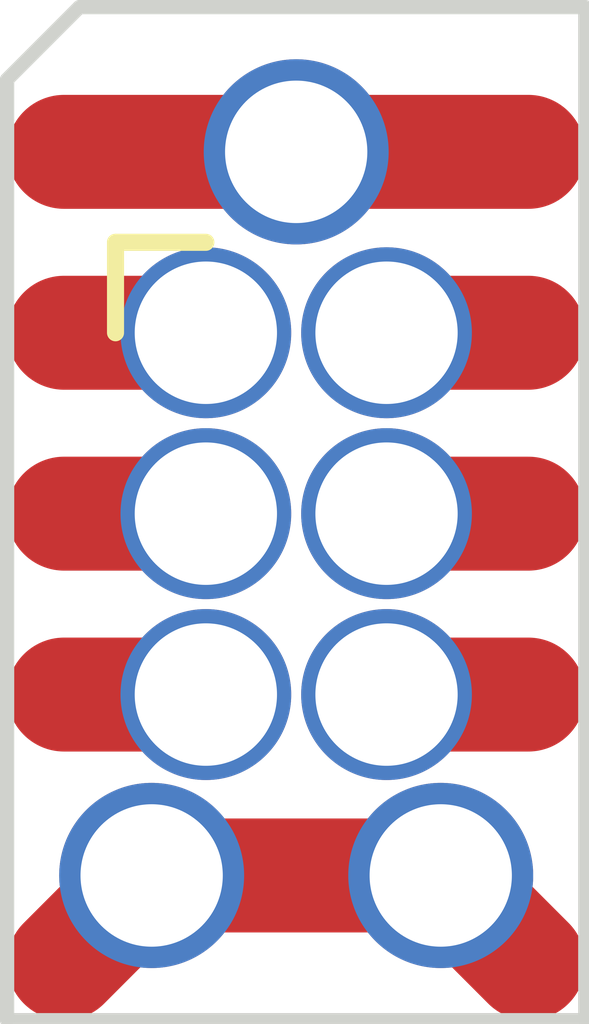
<source format=kicad_pcb>
(kicad_pcb (version 20221018) (generator pcbnew)
  (layers (0 "F.Cu" signal) (31 "B.Cu" signal) (34 "B.Paste" user) (35 "F.Paste" user) (36 "B.SilkS" user "B.Silkscreen") (37 "F.SilkS" user "F.Silkscreen") (38 "B.Mask" user) (39 "F.Mask" user) (44 "Edge.Cuts" user))
  (net 0 "")
  (net 1 "unconnected-(J1-Pin_1-Pad1)")
  (net 2 "unconnected-(J1-Pin_2-Pad2)")
  (net 3 "unconnected-(J1-Pin_3-Pad3)")
  (net 4 "unconnected-(J1-Pin_4-Pad4)")
  (net 5 "unconnected-(J1-Pin_5-Pad5)")
  (net 6 "unconnected-(J1-Pin_6-Pad6)")
  (footprint "Connector:Tag-Connect_TC2030-IDC-NL_2x03_P1.27mm_Vertical" (layer "F.Cu") (at 53.721 33.274 -90)
    (fp_text reference "J1" hide)
    (fp_text value "Conn_02x03_Odd_Even" hide)
    (fp_line (start -1.905 1.27) (end -1.905 0.635) (stroke (width 0.12)) (layer "F.SilkS"))
    (fp_line (start -1.27 1.27) (end -1.905 1.27) (stroke (width 0.12)) (layer "F.SilkS"))
    (pad "" np_thru_hole circle (at -2.54 0 270) (size 0.9906 0.9906) (drill 0.9906) (layers "*.Cu" "*.Mask"))
    (pad "" np_thru_hole circle (at 2.54 -1.016 270) (size 0.9906 0.9906) (drill 0.9906) (layers "*.Cu" "*.Mask"))
    (pad "" np_thru_hole circle (at 2.54 1.016 270) (size 0.9906 0.9906) (drill 0.9906) (layers "*.Cu" "*.Mask"))
    (pad "1" connect circle (at -1.27 0.635 270) (size 0.7874 0.7874) (layers "F.Cu" "F.Mask") (net 1 "unconnected-(J1-Pin_1-Pad1)"))
    (pad "2" connect circle (at -1.27 -0.635 270) (size 0.7874 0.7874) (layers "F.Cu" "F.Mask") (net 2 "unconnected-(J1-Pin_2-Pad2)"))
    (pad "3" connect circle (at 0 0.635 270) (size 0.7874 0.7874) (layers "F.Cu" "F.Mask") (net 3 "unconnected-(J1-Pin_3-Pad3)"))
    (pad "4" connect circle (at 0 -0.635 270) (size 0.7874 0.7874) (layers "F.Cu" "F.Mask") (net 4 "unconnected-(J1-Pin_4-Pad4)"))
    (pad "5" connect circle (at 1.27 0.635 270) (size 0.7874 0.7874) (layers "F.Cu" "F.Mask") (net 5 "unconnected-(J1-Pin_5-Pad5)"))
    (pad "6" connect circle (at 1.27 -0.635 270) (size 0.7874 0.7874) (layers "F.Cu" "F.Mask") (net 6 "unconnected-(J1-Pin_6-Pad6)"))
  )
  (gr_line (start 52.197 29.718) (end 55.753 29.718) (stroke (width 0.1)) (layer "Edge.Cuts"))
  (gr_line (start 51.689 36.83) (end 51.689 30.226) (stroke (width 0.1)) (layer "Edge.Cuts"))
  (gr_line (start 55.753 29.718) (end 55.753 36.83) (stroke (width 0.1)) (layer "Edge.Cuts"))
  (gr_line (start 55.753 36.83) (end 51.689 36.83) (stroke (width 0.1)) (layer "Edge.Cuts"))
  (gr_line (start 51.689 30.226) (end 52.197 29.718) (stroke (width 0.1)) (layer "Edge.Cuts"))
  (segment (start 52.705 35.814) (end 52.089 36.43) (width 0.8) (layer "F.Cu") (net 0))
  (segment (start 53.721 30.734) (end 55.353 30.734) (width 0.8) (layer "F.Cu") (net 0))
  (segment (start 52.705 35.814) (end 54.737 35.814) (width 0.8) (layer "F.Cu") (net 0))
  (segment (start 53.721 30.734) (end 52.089 30.734) (width 0.8) (layer "F.Cu") (net 0))
  (segment (start 54.737 35.814) (end 55.353 36.43) (width 0.8) (layer "F.Cu") (net 0))
  (via (at 53.721 30.734) (size 1.3) (drill 1) (layers "F.Cu" "B.Cu") (net 0))
  (via (at 52.705 35.814) (size 1.3) (drill 1) (layers "F.Cu" "B.Cu") (net 0))
  (via (at 54.737 35.814) (size 1.3) (drill 1) (layers "F.Cu" "B.Cu") (net 0))
  (segment (start 53.086 32.004) (end 52.089 32.004) (width 0.8) (layer "F.Cu") (net 1))
  (via (at 53.086 32.004) (size 1.2) (drill 1) (layers "F.Cu" "B.Cu") (net 1))
  (segment (start 54.356 32.004) (end 55.353 32.004) (width 0.8) (layer "F.Cu") (net 2))
  (via (at 54.356 32.004) (size 1.2) (drill 1) (layers "F.Cu" "B.Cu") (net 2))
  (segment (start 53.086 33.274) (end 52.089 33.274) (width 0.8) (layer "F.Cu") (net 3))
  (via (at 53.086 33.274) (size 1.2) (drill 1) (layers "F.Cu" "B.Cu") (net 3))
  (segment (start 54.356 33.274) (end 55.353 33.274) (width 0.8) (layer "F.Cu") (net 4))
  (via (at 54.356 33.274) (size 1.2) (drill 1) (layers "F.Cu" "B.Cu") (net 4))
  (segment (start 53.086 34.544) (end 52.089 34.544) (width 0.8) (layer "F.Cu") (net 5))
  (via (at 53.086 34.544) (size 1.2) (drill 1) (layers "F.Cu" "B.Cu") (net 5))
  (segment (start 54.356 34.544) (end 55.353 34.544) (width 0.8) (layer "F.Cu") (net 6))
  (via (at 54.356 34.544) (size 1.2) (drill 1) (layers "F.Cu" "B.Cu") (net 6))
)
</source>
